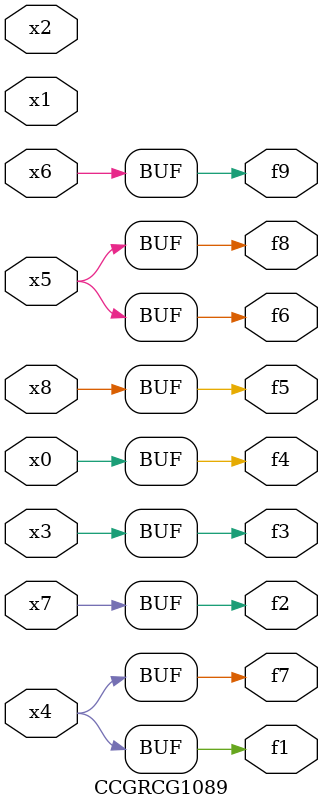
<source format=v>
module CCGRCG1089(
	input x0, x1, x2, x3, x4, x5, x6, x7, x8,
	output f1, f2, f3, f4, f5, f6, f7, f8, f9
);
	assign f1 = x4;
	assign f2 = x7;
	assign f3 = x3;
	assign f4 = x0;
	assign f5 = x8;
	assign f6 = x5;
	assign f7 = x4;
	assign f8 = x5;
	assign f9 = x6;
endmodule

</source>
